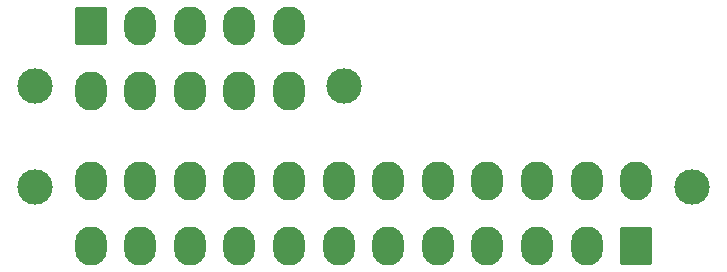
<source format=gbs>
%TF.GenerationSoftware,KiCad,Pcbnew,7.0.11*%
%TF.CreationDate,2024-08-14T14:47:57+09:00*%
%TF.ProjectId,mac_psu_atx_adapter,6d61635f-7073-4755-9f61-74785f616461,rev?*%
%TF.SameCoordinates,Original*%
%TF.FileFunction,Soldermask,Bot*%
%TF.FilePolarity,Negative*%
%FSLAX46Y46*%
G04 Gerber Fmt 4.6, Leading zero omitted, Abs format (unit mm)*
G04 Created by KiCad (PCBNEW 7.0.11) date 2024-08-14 14:47:57*
%MOMM*%
%LPD*%
G01*
G04 APERTURE LIST*
G04 Aperture macros list*
%AMRoundRect*
0 Rectangle with rounded corners*
0 $1 Rounding radius*
0 $2 $3 $4 $5 $6 $7 $8 $9 X,Y pos of 4 corners*
0 Add a 4 corners polygon primitive as box body*
4,1,4,$2,$3,$4,$5,$6,$7,$8,$9,$2,$3,0*
0 Add four circle primitives for the rounded corners*
1,1,$1+$1,$2,$3*
1,1,$1+$1,$4,$5*
1,1,$1+$1,$6,$7*
1,1,$1+$1,$8,$9*
0 Add four rect primitives between the rounded corners*
20,1,$1+$1,$2,$3,$4,$5,0*
20,1,$1+$1,$4,$5,$6,$7,0*
20,1,$1+$1,$6,$7,$8,$9,0*
20,1,$1+$1,$8,$9,$2,$3,0*%
G04 Aperture macros list end*
%ADD10C,3.000000*%
%ADD11RoundRect,0.250001X1.099999X1.399999X-1.099999X1.399999X-1.099999X-1.399999X1.099999X-1.399999X0*%
%ADD12O,2.700000X3.300000*%
G04 APERTURE END LIST*
D10*
%TO.C,J2*%
X170040000Y-102060000D03*
X114440000Y-102060000D03*
D11*
X165340000Y-107100000D03*
D12*
X161140000Y-107100000D03*
X156940000Y-107100000D03*
X152740000Y-107100000D03*
X148540000Y-107100000D03*
X144340000Y-107100000D03*
X140140000Y-107100000D03*
X135940000Y-107100000D03*
X131740000Y-107100000D03*
X127540000Y-107100000D03*
X123340000Y-107100000D03*
X119140000Y-107100000D03*
X165340000Y-101600000D03*
X161140000Y-101600000D03*
X156940000Y-101600000D03*
X152740000Y-101600000D03*
X148540000Y-101600000D03*
X144340000Y-101600000D03*
X140140000Y-101600000D03*
X135940000Y-101600000D03*
X131740000Y-101600000D03*
X127540000Y-101600000D03*
X123340000Y-101600000D03*
X119140000Y-101600000D03*
%TD*%
D10*
%TO.C,J1*%
X140640000Y-93520000D03*
X114440000Y-93520000D03*
D11*
X119140000Y-88480000D03*
D12*
X123340000Y-88480000D03*
X127540000Y-88480000D03*
X131740000Y-88480000D03*
X135940000Y-88480000D03*
X119140000Y-93980000D03*
X123340000Y-93980000D03*
X127540000Y-93980000D03*
X131740000Y-93980000D03*
X135940000Y-93980000D03*
%TD*%
M02*

</source>
